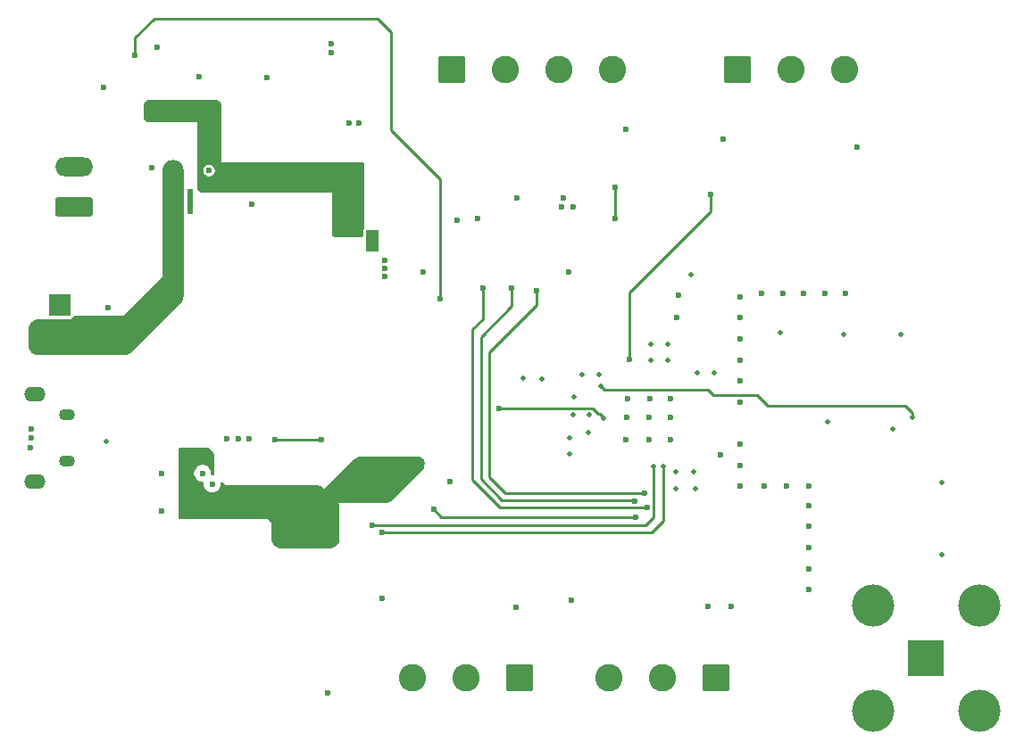
<source format=gbr>
%TF.GenerationSoftware,KiCad,Pcbnew,9.0.6*%
%TF.CreationDate,2025-12-23T13:53:16+01:00*%
%TF.ProjectId,demo wateranalyser,64656d6f-2077-4617-9465-72616e616c79,rev?*%
%TF.SameCoordinates,Original*%
%TF.FileFunction,Copper,L4,Bot*%
%TF.FilePolarity,Positive*%
%FSLAX46Y46*%
G04 Gerber Fmt 4.6, Leading zero omitted, Abs format (unit mm)*
G04 Created by KiCad (PCBNEW 9.0.6) date 2025-12-23 13:53:16*
%MOMM*%
%LPD*%
G01*
G04 APERTURE LIST*
G04 Aperture macros list*
%AMRoundRect*
0 Rectangle with rounded corners*
0 $1 Rounding radius*
0 $2 $3 $4 $5 $6 $7 $8 $9 X,Y pos of 4 corners*
0 Add a 4 corners polygon primitive as box body*
4,1,4,$2,$3,$4,$5,$6,$7,$8,$9,$2,$3,0*
0 Add four circle primitives for the rounded corners*
1,1,$1+$1,$2,$3*
1,1,$1+$1,$4,$5*
1,1,$1+$1,$6,$7*
1,1,$1+$1,$8,$9*
0 Add four rect primitives between the rounded corners*
20,1,$1+$1,$2,$3,$4,$5,0*
20,1,$1+$1,$4,$5,$6,$7,0*
20,1,$1+$1,$6,$7,$8,$9,0*
20,1,$1+$1,$8,$9,$2,$3,0*%
G04 Aperture macros list end*
%TA.AperFunction,HeatsinkPad*%
%ADD10O,2.000000X1.400000*%
%TD*%
%TA.AperFunction,HeatsinkPad*%
%ADD11O,1.500000X1.100000*%
%TD*%
%TA.AperFunction,ComponentPad*%
%ADD12RoundRect,0.250000X-1.050000X-1.050000X1.050000X-1.050000X1.050000X1.050000X-1.050000X1.050000X0*%
%TD*%
%TA.AperFunction,ComponentPad*%
%ADD13C,2.600000*%
%TD*%
%TA.AperFunction,ComponentPad*%
%ADD14RoundRect,0.250000X1.050000X1.050000X-1.050000X1.050000X-1.050000X-1.050000X1.050000X-1.050000X0*%
%TD*%
%TA.AperFunction,ComponentPad*%
%ADD15RoundRect,0.250000X1.550000X-0.650000X1.550000X0.650000X-1.550000X0.650000X-1.550000X-0.650000X0*%
%TD*%
%TA.AperFunction,ComponentPad*%
%ADD16O,3.600000X1.800000*%
%TD*%
%TA.AperFunction,HeatsinkPad*%
%ADD17C,0.500000*%
%TD*%
%TA.AperFunction,HeatsinkPad*%
%ADD18R,1.200000X2.000000*%
%TD*%
%TA.AperFunction,ComponentPad*%
%ADD19RoundRect,0.250001X-0.799999X0.799999X-0.799999X-0.799999X0.799999X-0.799999X0.799999X0.799999X0*%
%TD*%
%TA.AperFunction,ComponentPad*%
%ADD20C,2.100000*%
%TD*%
%TA.AperFunction,HeatsinkPad*%
%ADD21R,0.500000X2.400000*%
%TD*%
%TA.AperFunction,ComponentPad*%
%ADD22R,3.500000X3.500000*%
%TD*%
%TA.AperFunction,ComponentPad*%
%ADD23C,4.000000*%
%TD*%
%TA.AperFunction,ViaPad*%
%ADD24C,0.500000*%
%TD*%
%TA.AperFunction,ViaPad*%
%ADD25C,0.600000*%
%TD*%
%TA.AperFunction,Conductor*%
%ADD26C,0.250000*%
%TD*%
G04 APERTURE END LIST*
D10*
%TO.P,J7,6,Shield*%
%TO.N,GND*%
X127700000Y-62250000D03*
D11*
X130700000Y-60300000D03*
X130700000Y-55850000D03*
D10*
X127700000Y-53900000D03*
%TD*%
D12*
%TO.P,J1,1,Pin_1*%
%TO.N,Net-(D1-A1)*%
X167260000Y-23100000D03*
D13*
%TO.P,J1,2,Pin_2*%
%TO.N,/analog/RS485+*%
X172340000Y-23100000D03*
%TO.P,J1,3,Pin_3*%
%TO.N,/analog/RS485-*%
X177420000Y-23100000D03*
%TO.P,J1,4,Pin_4*%
%TO.N,GND*%
X182500000Y-23100000D03*
%TD*%
D14*
%TO.P,J3,1,Pin_1*%
%TO.N,Net-(D1-A1)*%
X173700000Y-80900000D03*
D13*
%TO.P,J3,2,Pin_2*%
%TO.N,Net-(D4-A2)*%
X168620000Y-80900000D03*
%TO.P,J3,3,Pin_3*%
%TO.N,GND*%
X163540000Y-80900000D03*
%TD*%
D15*
%TO.P,BT1,1,+*%
%TO.N,Net-(BT1-+)*%
X131400000Y-36200000D03*
D16*
%TO.P,BT1,2,-*%
%TO.N,GND*%
X131400000Y-32390000D03*
%TD*%
D12*
%TO.P,J2,1,Pin_1*%
%TO.N,Net-(D1-A1)*%
X194340000Y-23100000D03*
D13*
%TO.P,J2,2,Pin_2*%
%TO.N,Net-(D3-A2)*%
X199420000Y-23100000D03*
%TO.P,J2,3,Pin_3*%
%TO.N,GND*%
X204500000Y-23100000D03*
%TD*%
D17*
%TO.P,U7,11,GND*%
%TO.N,GND*%
X159350000Y-38650000D03*
X159350000Y-39400000D03*
X159350000Y-40150000D03*
D18*
X159700000Y-39400000D03*
D17*
X160050000Y-38650000D03*
X160050000Y-39400000D03*
X160050000Y-40150000D03*
%TD*%
D14*
%TO.P,J4,1,Pin_1*%
%TO.N,Net-(D1-A1)*%
X192285000Y-80827500D03*
D13*
%TO.P,J4,2,Pin_2*%
%TO.N,Net-(D5-A2)*%
X187205000Y-80827500D03*
%TO.P,J4,3,Pin_3*%
%TO.N,GND*%
X182125000Y-80827500D03*
%TD*%
D19*
%TO.P,J8,1,Pin_1*%
%TO.N,GND*%
X130100000Y-45460000D03*
D20*
%TO.P,J8,2,Pin_2*%
%TO.N,+5V*%
X130100000Y-48000000D03*
%TD*%
D17*
%TO.P,U6,11,PWR_PAD*%
%TO.N,GND*%
X142400000Y-34700000D03*
X142400000Y-35650000D03*
D21*
X142400000Y-35650000D03*
D17*
X142400000Y-36600000D03*
%TD*%
D22*
%TO.P,J6,1,In*%
%TO.N,Net-(J6-In)*%
X212200000Y-79000000D03*
D23*
%TO.P,J6,2,Ext*%
%TO.N,GND*%
X217225000Y-84025000D03*
X217225000Y-73975000D03*
X207175000Y-84025000D03*
X207175000Y-73975000D03*
%TD*%
D24*
%TO.N,GND*%
X209050000Y-57200000D03*
X178800000Y-54200000D03*
%TO.N,SWCLK*%
X181625000Y-56200000D03*
%TO.N,GND*%
X174000000Y-52400000D03*
%TO.N,+3V3*%
X175800000Y-52500000D03*
%TO.N,GND*%
X178400000Y-59600000D03*
%TO.N,+3V3*%
X181200000Y-52100000D03*
X190200000Y-61300000D03*
X188500000Y-61300000D03*
X180300000Y-55900000D03*
X187700000Y-50700000D03*
X189900000Y-42600000D03*
X190500000Y-51900000D03*
%TO.N,Net-(U3-VDDRF1V55)*%
X186100000Y-50700000D03*
X180200000Y-57600000D03*
%TO.N,+3V3*%
X178400000Y-58100000D03*
%TO.N,GND*%
X190300000Y-62900000D03*
X178700000Y-55900000D03*
X188500000Y-62900000D03*
X179600000Y-52100000D03*
X192100000Y-51900000D03*
X187700000Y-49200000D03*
%TO.N,/LoRa RF/RF-Switch*%
X181400000Y-53200000D03*
%TO.N,GND*%
X186100000Y-49200000D03*
D25*
%TO.N,/MCU/UART-TX*%
X184600000Y-64100000D03*
%TO.N,NRST*%
X184700000Y-65600000D03*
%TO.N,/MCU/UART-RX*%
X185500000Y-63300000D03*
%TO.N,/MCU/RS485-EN*%
X185800000Y-64700000D03*
%TO.N,+3V3*%
X192700000Y-59700000D03*
%TO.N,GND*%
X183700000Y-28800000D03*
X134625000Y-45725000D03*
X134200000Y-24800000D03*
X205700000Y-30500000D03*
X138800000Y-32400000D03*
%TO.N,+3V3*%
X177800000Y-35300000D03*
X141700000Y-60150000D03*
X169700000Y-37300000D03*
%TO.N,/MCU/ADC-CH2*%
X191800000Y-35000000D03*
%TO.N,+5V*%
X140300000Y-33700000D03*
%TO.N,+3V3*%
X143600000Y-60150000D03*
%TO.N,Vbat*%
X144400000Y-34500000D03*
%TO.N,+3V3*%
X178700000Y-36200000D03*
%TO.N,+5V*%
X136600000Y-47275000D03*
X140300000Y-32400000D03*
X140300000Y-33000000D03*
X140300000Y-34300000D03*
%TO.N,+3V3*%
X177600000Y-36200000D03*
%TO.N,GND*%
X188700000Y-44500000D03*
X193000000Y-29700000D03*
X143300000Y-23800000D03*
X139300000Y-21000000D03*
X149700000Y-23900000D03*
X148275000Y-35875000D03*
X178300000Y-42300000D03*
X144200000Y-32700000D03*
X167700000Y-37400000D03*
X139725000Y-61475000D03*
X173400000Y-35300000D03*
X164500000Y-42300000D03*
X143600000Y-61450000D03*
%TO.N,/MCU/RS485-EN*%
X170200000Y-43900000D03*
%TO.N,Vbat*%
X143900000Y-34000000D03*
X138700000Y-26400000D03*
X158600000Y-37600000D03*
X138700000Y-27000000D03*
%TO.N,/MCU/UART-RX*%
X175300000Y-44100000D03*
%TO.N,/MCU/12V-EN*%
X166100000Y-44900000D03*
%TO.N,Vbat*%
X156200000Y-37600000D03*
X138700000Y-27600000D03*
X157000000Y-37600000D03*
%TO.N,/analog/RS485+*%
X182700000Y-34300000D03*
%TO.N,/MCU/12V-EN*%
X137200000Y-21800000D03*
%TO.N,/analog/RS485+*%
X182700000Y-37300000D03*
%TO.N,Vbat*%
X157800000Y-37600000D03*
X144400000Y-33700000D03*
%TO.N,/MCU/UART-TX*%
X172900000Y-43900000D03*
%TO.N,GND*%
X188600000Y-46700000D03*
%TO.N,Net-(D1-A1)*%
X155800000Y-20700000D03*
%TO.N,GND*%
X201100000Y-66500000D03*
X127300000Y-59000000D03*
X185900000Y-58300000D03*
X194600000Y-48700000D03*
X185900000Y-56100000D03*
X148000000Y-58200000D03*
X193700000Y-74100000D03*
X139700000Y-65050000D03*
X194600000Y-60700000D03*
X196900000Y-62700000D03*
X183800000Y-56100000D03*
X178600000Y-73500000D03*
D24*
X213700000Y-69200000D03*
D25*
X183750000Y-58250000D03*
X127350000Y-57200000D03*
X194600000Y-44700000D03*
X188000000Y-54399000D03*
X199000000Y-62700000D03*
X198600000Y-44400000D03*
X144500000Y-62450000D03*
X196600000Y-44400000D03*
X201100000Y-68500000D03*
X188000000Y-56100000D03*
X188000000Y-58300000D03*
D24*
X198400000Y-48100000D03*
D25*
X201100000Y-70500000D03*
X202600000Y-44400000D03*
D24*
X213700000Y-62300000D03*
D25*
X157500000Y-28200000D03*
X194600000Y-54700000D03*
X200600000Y-44400000D03*
X191500000Y-74100000D03*
X194600000Y-58700000D03*
X173300000Y-74200000D03*
D24*
X202900000Y-56600000D03*
D25*
X183900000Y-54400000D03*
D24*
X204400000Y-48300000D03*
D25*
X145900000Y-58200000D03*
X127350000Y-58075000D03*
X155500000Y-82300000D03*
X201100000Y-64500000D03*
D24*
X209800000Y-48300000D03*
D25*
X186000000Y-54399000D03*
X167070000Y-62200000D03*
X194600000Y-52700000D03*
X160600000Y-73300000D03*
X194600000Y-62700000D03*
X194600000Y-50700000D03*
X146970000Y-58200000D03*
D24*
X134500000Y-58400000D03*
D25*
X201100000Y-72500000D03*
X201100000Y-62700000D03*
X158400000Y-28200000D03*
X194600000Y-46700000D03*
X204600000Y-44400000D03*
%TO.N,+3V3*%
X160900000Y-41200000D03*
X160900000Y-42800000D03*
X164330000Y-60300000D03*
X153500000Y-67850000D03*
X163700000Y-60300000D03*
X160900000Y-42000000D03*
X147900000Y-65150000D03*
%TO.N,/MCU/ADC-CH2*%
X184100000Y-50600000D03*
%TO.N,NRST*%
X165500000Y-64900000D03*
%TO.N,Net-(D7-K)*%
X150500000Y-58250000D03*
X154850000Y-58300000D03*
%TO.N,SWCLK*%
X171700000Y-55300000D03*
D24*
%TO.N,Net-(U2-RXD)*%
X186400000Y-60800000D03*
D25*
X159700000Y-66400000D03*
D24*
%TO.N,Net-(U2-TXD)*%
X187300000Y-60800000D03*
D25*
X160600000Y-67100000D03*
D24*
%TO.N,/LoRa RF/RF-Switch*%
X210900000Y-56100000D03*
D25*
%TO.N,Net-(D1-A1)*%
X155800000Y-21500000D03*
%TD*%
D26*
%TO.N,Net-(U2-RXD)*%
X185600000Y-66400000D02*
X159700000Y-66400000D01*
X186400000Y-65600000D02*
X185600000Y-66400000D01*
X186400000Y-60800000D02*
X186400000Y-65600000D01*
%TO.N,/LoRa RF/RF-Switch*%
X181700000Y-53500000D02*
X181400000Y-53200000D01*
X191500000Y-53500000D02*
X181700000Y-53500000D01*
X192000000Y-54000000D02*
X191500000Y-53500000D01*
X196200000Y-54000000D02*
X192000000Y-54000000D01*
X197200000Y-55000000D02*
X196200000Y-54000000D01*
X210200000Y-55000000D02*
X197200000Y-55000000D01*
X210900000Y-55700000D02*
X210200000Y-55000000D01*
X210900000Y-56100000D02*
X210900000Y-55700000D01*
%TO.N,/analog/RS485+*%
X182700000Y-34300000D02*
X182700000Y-37300000D01*
%TO.N,SWCLK*%
X180600000Y-55300000D02*
X171700000Y-55300000D01*
X181100000Y-55800000D02*
X180600000Y-55300000D01*
X181300000Y-55800000D02*
X181100000Y-55800000D01*
X181600000Y-56100000D02*
X181300000Y-55800000D01*
X181625000Y-56200000D02*
X181600000Y-56175000D01*
X181600000Y-56175000D02*
X181600000Y-56100000D01*
%TO.N,/MCU/ADC-CH2*%
X184100000Y-44300000D02*
X185600000Y-42800000D01*
X191800000Y-36600000D02*
X191800000Y-35000000D01*
X184100000Y-50600000D02*
X184100000Y-44300000D01*
X185600000Y-42800000D02*
X191800000Y-36600000D01*
%TO.N,NRST*%
X166200000Y-65600000D02*
X165500000Y-64900000D01*
X184700000Y-65600000D02*
X166200000Y-65600000D01*
%TO.N,Net-(D7-K)*%
X150500000Y-58250000D02*
X154800000Y-58250000D01*
X154800000Y-58250000D02*
X154850000Y-58300000D01*
%TO.N,/MCU/UART-RX*%
X185500000Y-63300000D02*
X172300000Y-63300000D01*
X172300000Y-63300000D02*
X170800000Y-61800000D01*
X175300000Y-45500000D02*
X175300000Y-44100000D01*
X170800000Y-50000000D02*
X175300000Y-45500000D01*
X170800000Y-61800000D02*
X170800000Y-50000000D01*
%TO.N,/MCU/RS485-EN*%
X171800000Y-64700000D02*
X169200000Y-62100000D01*
X185800000Y-64700000D02*
X171800000Y-64700000D01*
X169200000Y-62100000D02*
X169200000Y-47800000D01*
X170200000Y-46800000D02*
X170200000Y-43900000D01*
X169200000Y-47800000D02*
X170200000Y-46800000D01*
%TO.N,/MCU/12V-EN*%
X139000000Y-18300000D02*
X137200000Y-20100000D01*
X160200000Y-18300000D02*
X139000000Y-18300000D01*
X137200000Y-20100000D02*
X137200000Y-21800000D01*
X166100000Y-44900000D02*
X166100000Y-33500000D01*
X161500000Y-28900000D02*
X161500000Y-19600000D01*
X166100000Y-33500000D02*
X161500000Y-28900000D01*
X161500000Y-19600000D02*
X160200000Y-18300000D01*
%TO.N,/MCU/UART-TX*%
X184600000Y-64100000D02*
X184500000Y-64000000D01*
X172900000Y-45600000D02*
X172900000Y-43900000D01*
X172000000Y-64000000D02*
X170000000Y-62000000D01*
X170000000Y-62000000D02*
X170000000Y-48500000D01*
X184600000Y-64100000D02*
X184700000Y-64100000D01*
X184500000Y-64000000D02*
X172000000Y-64000000D01*
X170000000Y-48500000D02*
X172900000Y-45600000D01*
%TO.N,Net-(U2-TXD)*%
X186200000Y-67100000D02*
X187300000Y-66000000D01*
X160600000Y-67100000D02*
X186200000Y-67100000D01*
X187300000Y-66000000D02*
X187300000Y-60800000D01*
%TD*%
%TA.AperFunction,Conductor*%
%TO.N,+3V3*%
G36*
X143852508Y-59000597D02*
G01*
X144000818Y-59015204D01*
X144024644Y-59019943D01*
X144161409Y-59061430D01*
X144183853Y-59070728D01*
X144309883Y-59138092D01*
X144330093Y-59151596D01*
X144440558Y-59242251D01*
X144457748Y-59259441D01*
X144548403Y-59369906D01*
X144561907Y-59390116D01*
X144629268Y-59516138D01*
X144638571Y-59538596D01*
X144680054Y-59675346D01*
X144684796Y-59699188D01*
X144699403Y-59847491D01*
X144700000Y-59859645D01*
X144700000Y-61524665D01*
X144695921Y-61524665D01*
X144698379Y-61547500D01*
X144667112Y-61609984D01*
X144607028Y-61645644D01*
X144576346Y-61649500D01*
X144524500Y-61649500D01*
X144457461Y-61629815D01*
X144411706Y-61577011D01*
X144400500Y-61525500D01*
X144400500Y-61371155D01*
X144400499Y-61371153D01*
X144369738Y-61216510D01*
X144369737Y-61216503D01*
X144369735Y-61216498D01*
X144309397Y-61070827D01*
X144309390Y-61070814D01*
X144221789Y-60939711D01*
X144221786Y-60939707D01*
X144110292Y-60828213D01*
X144110288Y-60828210D01*
X143979185Y-60740609D01*
X143979172Y-60740602D01*
X143833501Y-60680264D01*
X143833489Y-60680261D01*
X143678845Y-60649500D01*
X143678842Y-60649500D01*
X143521158Y-60649500D01*
X143521155Y-60649500D01*
X143366510Y-60680261D01*
X143366498Y-60680264D01*
X143220827Y-60740602D01*
X143220814Y-60740609D01*
X143089711Y-60828210D01*
X143089707Y-60828213D01*
X142978213Y-60939707D01*
X142978210Y-60939711D01*
X142890609Y-61070814D01*
X142890602Y-61070827D01*
X142830264Y-61216498D01*
X142830261Y-61216510D01*
X142799500Y-61371153D01*
X142799500Y-61528846D01*
X142830261Y-61683489D01*
X142830264Y-61683501D01*
X142890602Y-61829172D01*
X142890609Y-61829185D01*
X142978210Y-61960288D01*
X142978213Y-61960292D01*
X143089707Y-62071786D01*
X143089711Y-62071789D01*
X143220814Y-62159390D01*
X143220827Y-62159397D01*
X143358695Y-62216503D01*
X143366503Y-62219737D01*
X143521153Y-62250499D01*
X143521156Y-62250500D01*
X143575500Y-62250500D01*
X143642539Y-62270185D01*
X143688294Y-62322989D01*
X143699500Y-62374500D01*
X143699500Y-62528846D01*
X143730261Y-62683489D01*
X143730264Y-62683501D01*
X143790602Y-62829172D01*
X143790609Y-62829185D01*
X143878210Y-62960288D01*
X143878213Y-62960292D01*
X143989707Y-63071786D01*
X143989711Y-63071789D01*
X144120814Y-63159390D01*
X144120827Y-63159397D01*
X144266498Y-63219735D01*
X144266503Y-63219737D01*
X144421153Y-63250499D01*
X144421156Y-63250500D01*
X144421158Y-63250500D01*
X144578844Y-63250500D01*
X144578845Y-63250499D01*
X144733497Y-63219737D01*
X144879179Y-63159394D01*
X145010289Y-63071789D01*
X145121789Y-62960289D01*
X145209394Y-62829179D01*
X145269737Y-62683497D01*
X145300500Y-62528842D01*
X145300500Y-62399862D01*
X145320185Y-62332823D01*
X145372989Y-62287068D01*
X145442147Y-62277124D01*
X145505703Y-62306149D01*
X145512181Y-62312181D01*
X145800000Y-62600000D01*
X154544387Y-62600000D01*
X154560572Y-62601061D01*
X154690967Y-62618228D01*
X154722235Y-62626606D01*
X154836174Y-62673801D01*
X154864207Y-62689986D01*
X154968553Y-62770053D01*
X154980748Y-62780748D01*
X155150000Y-62950000D01*
X155146592Y-62953408D01*
X156446592Y-64253408D01*
X156453408Y-64253408D01*
X156518071Y-64318071D01*
X156533488Y-64336857D01*
X156567248Y-64387382D01*
X156585763Y-64432081D01*
X156597617Y-64491674D01*
X156600000Y-64515866D01*
X156600000Y-67593907D01*
X156599403Y-67606061D01*
X156581982Y-67782934D01*
X156577240Y-67806775D01*
X156527424Y-67970998D01*
X156518121Y-67993456D01*
X156437227Y-68144798D01*
X156423722Y-68165010D01*
X156314854Y-68297666D01*
X156297666Y-68314854D01*
X156165010Y-68423722D01*
X156144798Y-68437227D01*
X155993456Y-68518121D01*
X155970998Y-68527424D01*
X155806775Y-68577240D01*
X155782934Y-68581982D01*
X155606061Y-68599403D01*
X155593907Y-68600000D01*
X151106093Y-68600000D01*
X151093939Y-68599403D01*
X150917065Y-68581982D01*
X150893224Y-68577240D01*
X150729001Y-68527424D01*
X150706543Y-68518121D01*
X150555201Y-68437227D01*
X150534989Y-68423722D01*
X150402333Y-68314854D01*
X150385145Y-68297666D01*
X150276277Y-68165010D01*
X150262772Y-68144798D01*
X150181878Y-67993456D01*
X150172575Y-67970998D01*
X150122757Y-67806769D01*
X150118018Y-67782941D01*
X150100597Y-67606061D01*
X150100000Y-67593907D01*
X150100000Y-66100000D01*
X149800000Y-65800000D01*
X149587868Y-65800000D01*
X141482923Y-65800000D01*
X141458731Y-65797617D01*
X141429574Y-65791817D01*
X141384874Y-65773301D01*
X141370507Y-65763701D01*
X141336298Y-65729492D01*
X141326698Y-65715125D01*
X141308182Y-65670425D01*
X141302381Y-65641263D01*
X141300000Y-65617076D01*
X141300000Y-59182923D01*
X141302382Y-59158735D01*
X141303802Y-59151596D01*
X141308183Y-59129572D01*
X141326698Y-59084874D01*
X141336298Y-59070507D01*
X141370507Y-59036298D01*
X141372537Y-59034941D01*
X141384875Y-59026697D01*
X141429572Y-59008183D01*
X141458737Y-59002381D01*
X141482923Y-59000000D01*
X143840354Y-59000000D01*
X143852508Y-59000597D01*
G37*
%TD.AperFunction*%
%TD*%
%TA.AperFunction,Conductor*%
%TO.N,+5V*%
G36*
X140982941Y-31718018D02*
G01*
X141006769Y-31722757D01*
X141171001Y-31772576D01*
X141193453Y-31781877D01*
X141344798Y-31862772D01*
X141365010Y-31876277D01*
X141497666Y-31985145D01*
X141514854Y-32002333D01*
X141623722Y-32134989D01*
X141637227Y-32155201D01*
X141718121Y-32306543D01*
X141727424Y-32329001D01*
X141777240Y-32493224D01*
X141781982Y-32517065D01*
X141799403Y-32693938D01*
X141800000Y-32706092D01*
X141800000Y-44579693D01*
X141799403Y-44591847D01*
X141781982Y-44768721D01*
X141777240Y-44792562D01*
X141727424Y-44956785D01*
X141718121Y-44979243D01*
X141637227Y-45130585D01*
X141623722Y-45150797D01*
X141510969Y-45288186D01*
X141502797Y-45297202D01*
X136897202Y-49902797D01*
X136888186Y-49910969D01*
X136750797Y-50023722D01*
X136730585Y-50037227D01*
X136579243Y-50118121D01*
X136556785Y-50127424D01*
X136392562Y-50177240D01*
X136368721Y-50181982D01*
X136191847Y-50199403D01*
X136179693Y-50200000D01*
X127959646Y-50200000D01*
X127947492Y-50199403D01*
X127799188Y-50184796D01*
X127775348Y-50180054D01*
X127638596Y-50138571D01*
X127616141Y-50129269D01*
X127490116Y-50061907D01*
X127469906Y-50048403D01*
X127359441Y-49957748D01*
X127342251Y-49940558D01*
X127251596Y-49830093D01*
X127238092Y-49809883D01*
X127170728Y-49683853D01*
X127161430Y-49661409D01*
X127119943Y-49524644D01*
X127115204Y-49500818D01*
X127100597Y-49352508D01*
X127100000Y-49340354D01*
X127100000Y-47779143D01*
X127100597Y-47766989D01*
X127117500Y-47595364D01*
X127122239Y-47571540D01*
X127170527Y-47412355D01*
X127179821Y-47389918D01*
X127258235Y-47243216D01*
X127271733Y-47223016D01*
X127377256Y-47094435D01*
X127394435Y-47077256D01*
X127523016Y-46971733D01*
X127543216Y-46958235D01*
X127689918Y-46879821D01*
X127712355Y-46870527D01*
X127871540Y-46822239D01*
X127895364Y-46817500D01*
X128066990Y-46800597D01*
X128079144Y-46800000D01*
X131099999Y-46800000D01*
X131100000Y-46800000D01*
X131244266Y-46655733D01*
X131256430Y-46645065D01*
X131343124Y-46578543D01*
X131371143Y-46562367D01*
X131464502Y-46523697D01*
X131495768Y-46515319D01*
X131604073Y-46501061D01*
X131620258Y-46500000D01*
X136100000Y-46500000D01*
X139800000Y-42800000D01*
X139800000Y-32706092D01*
X139800597Y-32693938D01*
X139818018Y-32517056D01*
X139822757Y-32493232D01*
X139872577Y-32328994D01*
X139881875Y-32306549D01*
X139962775Y-32155195D01*
X139976272Y-32134995D01*
X140085149Y-32002328D01*
X140102328Y-31985149D01*
X140234995Y-31876272D01*
X140255195Y-31862775D01*
X140406549Y-31781875D01*
X140428994Y-31772577D01*
X140593232Y-31722757D01*
X140617056Y-31718018D01*
X140787847Y-31701197D01*
X140812153Y-31701197D01*
X140982941Y-31718018D01*
G37*
%TD.AperFunction*%
%TD*%
%TA.AperFunction,Conductor*%
%TO.N,Vbat*%
G36*
X158741261Y-31902381D02*
G01*
X158770427Y-31908183D01*
X158815125Y-31926698D01*
X158829492Y-31936298D01*
X158863701Y-31970507D01*
X158873301Y-31984874D01*
X158891817Y-32029574D01*
X158897617Y-32058731D01*
X158900000Y-32082923D01*
X158900000Y-38210817D01*
X158880315Y-38277856D01*
X158879103Y-38279706D01*
X158864033Y-38302259D01*
X158849500Y-38375323D01*
X158849500Y-38874324D01*
X158840557Y-38904777D01*
X158833258Y-38935677D01*
X158830783Y-38938065D01*
X158829815Y-38941363D01*
X158805833Y-38962143D01*
X158782982Y-38984196D01*
X158778597Y-38985742D01*
X158777011Y-38987118D01*
X158749698Y-38995940D01*
X158741271Y-38997616D01*
X158717077Y-39000000D01*
X156082923Y-39000000D01*
X156058731Y-38997617D01*
X156029574Y-38991817D01*
X155984874Y-38973301D01*
X155970507Y-38963701D01*
X155936298Y-38929492D01*
X155926698Y-38915125D01*
X155908182Y-38870425D01*
X155902381Y-38841263D01*
X155900000Y-38817076D01*
X155900000Y-34800000D01*
X155850000Y-34800000D01*
X145400000Y-34800000D01*
X145400000Y-31900000D01*
X158717077Y-31900000D01*
X158741261Y-31902381D01*
G37*
%TD.AperFunction*%
%TD*%
%TA.AperFunction,Conductor*%
%TO.N,+3V3*%
G36*
X164104650Y-59854468D02*
G01*
X164222758Y-59870018D01*
X164254024Y-59878396D01*
X164356508Y-59920846D01*
X164384542Y-59937031D01*
X164472551Y-60004562D01*
X164495439Y-60027450D01*
X164562968Y-60115457D01*
X164579153Y-60143491D01*
X164621603Y-60245975D01*
X164629981Y-60277241D01*
X164645531Y-60395348D01*
X164646592Y-60411534D01*
X164646592Y-60533101D01*
X164645995Y-60545255D01*
X164628574Y-60722129D01*
X164623832Y-60745970D01*
X164574016Y-60910193D01*
X164564713Y-60932651D01*
X164483819Y-61083993D01*
X164470314Y-61104205D01*
X164357561Y-61241594D01*
X164349389Y-61250610D01*
X161643794Y-63956205D01*
X161634778Y-63964377D01*
X161497389Y-64077130D01*
X161477177Y-64090635D01*
X161325835Y-64171529D01*
X161303377Y-64180832D01*
X161139154Y-64230648D01*
X161115313Y-64235390D01*
X160938439Y-64252811D01*
X160926285Y-64253408D01*
X156446592Y-64253408D01*
X155146592Y-62953408D01*
X157949399Y-60150600D01*
X157958394Y-60142447D01*
X158095800Y-60029680D01*
X158116000Y-60016183D01*
X158267354Y-59935283D01*
X158289799Y-59925985D01*
X158454037Y-59876165D01*
X158477861Y-59871426D01*
X158654745Y-59854005D01*
X158666899Y-59853408D01*
X164088466Y-59853408D01*
X164104650Y-59854468D01*
G37*
%TD.AperFunction*%
%TD*%
%TA.AperFunction,Conductor*%
%TO.N,Vbat*%
G36*
X144908059Y-26001061D02*
G01*
X145013223Y-26014906D01*
X145044491Y-26023284D01*
X145134918Y-26060740D01*
X145162952Y-26076925D01*
X145240602Y-26136509D01*
X145263491Y-26159398D01*
X145323074Y-26237048D01*
X145339259Y-26265081D01*
X145376715Y-26355508D01*
X145385093Y-26386775D01*
X145398939Y-26491939D01*
X145400000Y-26508125D01*
X145400000Y-34800000D01*
X143608126Y-34800000D01*
X143591941Y-34798939D01*
X143578917Y-34797224D01*
X143486775Y-34785093D01*
X143455508Y-34776715D01*
X143365081Y-34739259D01*
X143337048Y-34723074D01*
X143259398Y-34663491D01*
X143236508Y-34640601D01*
X143176925Y-34562951D01*
X143160740Y-34534918D01*
X143123284Y-34444491D01*
X143114906Y-34413223D01*
X143101061Y-34308059D01*
X143100000Y-34291874D01*
X143100000Y-32627525D01*
X143649500Y-32627525D01*
X143649500Y-32772475D01*
X143667730Y-32840509D01*
X143687017Y-32912488D01*
X143759488Y-33038011D01*
X143759490Y-33038013D01*
X143759491Y-33038015D01*
X143861985Y-33140509D01*
X143861986Y-33140510D01*
X143861988Y-33140511D01*
X143987511Y-33212982D01*
X143987512Y-33212982D01*
X143987515Y-33212984D01*
X144127525Y-33250500D01*
X144127528Y-33250500D01*
X144272472Y-33250500D01*
X144272475Y-33250500D01*
X144412485Y-33212984D01*
X144538015Y-33140509D01*
X144640509Y-33038015D01*
X144712984Y-32912485D01*
X144750500Y-32772475D01*
X144750500Y-32627525D01*
X144712984Y-32487515D01*
X144640509Y-32361985D01*
X144538015Y-32259491D01*
X144538013Y-32259490D01*
X144538011Y-32259488D01*
X144412488Y-32187017D01*
X144412489Y-32187017D01*
X144401006Y-32183940D01*
X144272475Y-32149500D01*
X144127525Y-32149500D01*
X143998993Y-32183940D01*
X143987511Y-32187017D01*
X143861988Y-32259488D01*
X143861982Y-32259493D01*
X143759493Y-32361982D01*
X143759488Y-32361988D01*
X143687017Y-32487511D01*
X143687016Y-32487515D01*
X143649500Y-32627525D01*
X143100000Y-32627525D01*
X143100000Y-28100000D01*
X142600000Y-28100000D01*
X138508126Y-28100000D01*
X138491941Y-28098939D01*
X138478917Y-28097224D01*
X138386775Y-28085093D01*
X138355508Y-28076715D01*
X138265081Y-28039259D01*
X138237048Y-28023074D01*
X138159398Y-27963491D01*
X138136508Y-27940601D01*
X138076925Y-27862951D01*
X138060740Y-27834918D01*
X138023284Y-27744491D01*
X138014906Y-27713223D01*
X138001061Y-27608059D01*
X138000000Y-27591874D01*
X138000000Y-26508125D01*
X138001061Y-26491940D01*
X138014906Y-26386776D01*
X138014906Y-26386775D01*
X138023284Y-26355508D01*
X138060740Y-26265081D01*
X138076923Y-26237050D01*
X138136513Y-26159392D01*
X138159392Y-26136513D01*
X138237050Y-26076923D01*
X138265079Y-26060740D01*
X138355509Y-26023283D01*
X138386775Y-26014906D01*
X138491941Y-26001061D01*
X138508126Y-26000000D01*
X144891874Y-26000000D01*
X144908059Y-26001061D01*
G37*
%TD.AperFunction*%
%TD*%
M02*

</source>
